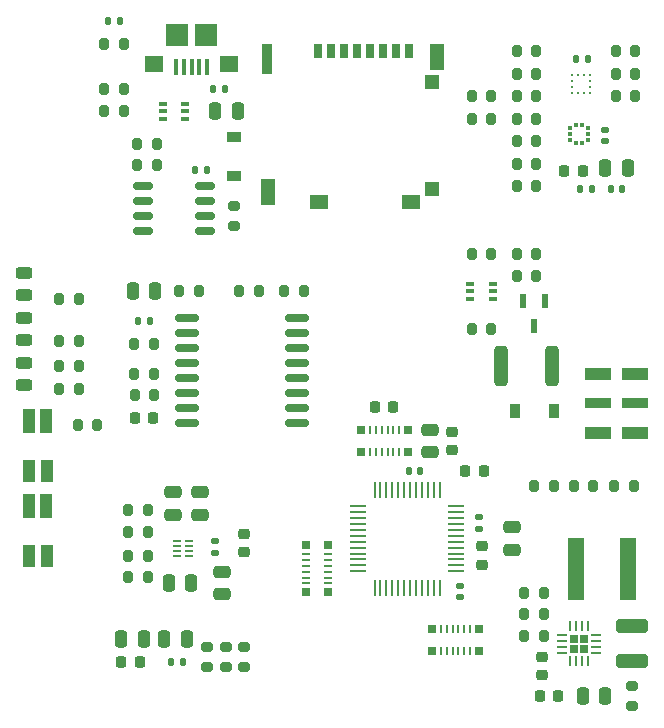
<source format=gbr>
G04 #@! TF.GenerationSoftware,KiCad,Pcbnew,(6.0.7)*
G04 #@! TF.CreationDate,2024-04-29T11:03:26-05:00*
G04 #@! TF.ProjectId,SapphineMinimal,53617070-6869-46e6-954d-696e696d616c,rev?*
G04 #@! TF.SameCoordinates,Original*
G04 #@! TF.FileFunction,Paste,Top*
G04 #@! TF.FilePolarity,Positive*
%FSLAX46Y46*%
G04 Gerber Fmt 4.6, Leading zero omitted, Abs format (unit mm)*
G04 Created by KiCad (PCBNEW (6.0.7)) date 2024-04-29 11:03:26*
%MOMM*%
%LPD*%
G01*
G04 APERTURE LIST*
G04 Aperture macros list*
%AMRoundRect*
0 Rectangle with rounded corners*
0 $1 Rounding radius*
0 $2 $3 $4 $5 $6 $7 $8 $9 X,Y pos of 4 corners*
0 Add a 4 corners polygon primitive as box body*
4,1,4,$2,$3,$4,$5,$6,$7,$8,$9,$2,$3,0*
0 Add four circle primitives for the rounded corners*
1,1,$1+$1,$2,$3*
1,1,$1+$1,$4,$5*
1,1,$1+$1,$6,$7*
1,1,$1+$1,$8,$9*
0 Add four rect primitives between the rounded corners*
20,1,$1+$1,$2,$3,$4,$5,0*
20,1,$1+$1,$4,$5,$6,$7,0*
20,1,$1+$1,$6,$7,$8,$9,0*
20,1,$1+$1,$8,$9,$2,$3,0*%
G04 Aperture macros list end*
%ADD10RoundRect,0.200000X0.200000X0.275000X-0.200000X0.275000X-0.200000X-0.275000X0.200000X-0.275000X0*%
%ADD11RoundRect,0.200000X0.275000X-0.200000X0.275000X0.200000X-0.275000X0.200000X-0.275000X-0.200000X0*%
%ADD12RoundRect,0.200000X-0.200000X-0.275000X0.200000X-0.275000X0.200000X0.275000X-0.200000X0.275000X0*%
%ADD13RoundRect,0.250000X-0.250000X-0.475000X0.250000X-0.475000X0.250000X0.475000X-0.250000X0.475000X0*%
%ADD14RoundRect,0.200000X-0.275000X0.200000X-0.275000X-0.200000X0.275000X-0.200000X0.275000X0.200000X0*%
%ADD15R,1.045700X2.048501*%
%ADD16R,1.041400X2.048501*%
%ADD17R,1.070700X1.923501*%
%ADD18R,1.020700X1.923501*%
%ADD19RoundRect,0.218750X-0.218750X-0.256250X0.218750X-0.256250X0.218750X0.256250X-0.218750X0.256250X0*%
%ADD20RoundRect,0.250000X0.475000X-0.250000X0.475000X0.250000X-0.475000X0.250000X-0.475000X-0.250000X0*%
%ADD21RoundRect,0.140000X0.140000X0.170000X-0.140000X0.170000X-0.140000X-0.170000X0.140000X-0.170000X0*%
%ADD22R,1.397000X5.308600*%
%ADD23RoundRect,0.250000X0.250000X0.475000X-0.250000X0.475000X-0.250000X-0.475000X0.250000X-0.475000X0*%
%ADD24RoundRect,0.140000X0.170000X-0.140000X0.170000X0.140000X-0.170000X0.140000X-0.170000X-0.140000X0*%
%ADD25RoundRect,0.218750X0.218750X0.256250X-0.218750X0.256250X-0.218750X-0.256250X0.218750X-0.256250X0*%
%ADD26RoundRect,0.140000X-0.140000X-0.170000X0.140000X-0.170000X0.140000X0.170000X-0.140000X0.170000X0*%
%ADD27RoundRect,0.218750X0.256250X-0.218750X0.256250X0.218750X-0.256250X0.218750X-0.256250X-0.218750X0*%
%ADD28R,0.400000X1.350000*%
%ADD29R,1.600000X1.400000*%
%ADD30R,1.900000X1.900000*%
%ADD31RoundRect,0.218750X-0.256250X0.218750X-0.256250X-0.218750X0.256250X-0.218750X0.256250X0.218750X0*%
%ADD32RoundRect,0.150000X-0.675000X-0.150000X0.675000X-0.150000X0.675000X0.150000X-0.675000X0.150000X0*%
%ADD33RoundRect,0.225000X-0.250000X0.225000X-0.250000X-0.225000X0.250000X-0.225000X0.250000X0.225000X0*%
%ADD34R,0.711200X0.635000*%
%ADD35R,0.203200X0.635000*%
%ADD36RoundRect,0.140000X-0.170000X0.140000X-0.170000X-0.140000X0.170000X-0.140000X0.170000X0.140000X0*%
%ADD37R,1.200000X0.900000*%
%ADD38RoundRect,0.250000X-0.312500X-1.450000X0.312500X-1.450000X0.312500X1.450000X-0.312500X1.450000X0*%
%ADD39RoundRect,0.250000X-0.475000X0.250000X-0.475000X-0.250000X0.475000X-0.250000X0.475000X0.250000X0*%
%ADD40R,0.650000X0.400000*%
%ADD41RoundRect,0.000000X-0.073800X0.661300X-0.073800X-0.661300X0.073800X-0.661300X0.073800X0.661300X0*%
%ADD42RoundRect,0.000000X-0.661300X0.073800X-0.661300X-0.073800X0.661300X-0.073800X0.661300X0.073800X0*%
%ADD43R,0.635000X0.711200*%
%ADD44R,0.635000X0.203200*%
%ADD45R,0.800000X1.240000*%
%ADD46R,1.160000X1.200000*%
%ADD47R,0.950000X2.500000*%
%ADD48R,1.150000X2.200000*%
%ADD49R,1.500000X1.150000*%
%ADD50R,1.160000X1.250000*%
%ADD51RoundRect,0.243750X0.456250X-0.243750X0.456250X0.243750X-0.456250X0.243750X-0.456250X-0.243750X0*%
%ADD52R,2.325000X0.975000*%
%ADD53R,2.325000X0.925000*%
%ADD54R,2.325000X1.025000*%
%ADD55R,2.300000X1.000000*%
%ADD56R,0.900000X1.200000*%
%ADD57RoundRect,0.243750X-0.456250X0.243750X-0.456250X-0.243750X0.456250X-0.243750X0.456250X0.243750X0*%
%ADD58RoundRect,0.225000X0.250000X-0.225000X0.250000X0.225000X-0.250000X0.225000X-0.250000X-0.225000X0*%
%ADD59RoundRect,0.250000X1.100000X-0.325000X1.100000X0.325000X-1.100000X0.325000X-1.100000X-0.325000X0*%
%ADD60RoundRect,0.150000X-0.875000X-0.150000X0.875000X-0.150000X0.875000X0.150000X-0.875000X0.150000X0*%
%ADD61RoundRect,0.225000X-0.225000X-0.250000X0.225000X-0.250000X0.225000X0.250000X-0.225000X0.250000X0*%
%ADD62RoundRect,0.182500X-0.182500X0.182500X-0.182500X-0.182500X0.182500X-0.182500X0.182500X0.182500X0*%
%ADD63RoundRect,0.062500X-0.062500X0.350000X-0.062500X-0.350000X0.062500X-0.350000X0.062500X0.350000X0*%
%ADD64RoundRect,0.062500X-0.350000X0.062500X-0.350000X-0.062500X0.350000X-0.062500X0.350000X0.062500X0*%
%ADD65R,0.380000X0.350000*%
%ADD66R,0.600000X1.300000*%
%ADD67R,0.800000X0.190000*%
%ADD68R,0.275000X0.250000*%
%ADD69R,0.250000X0.275000*%
%ADD70RoundRect,0.225000X0.225000X0.250000X-0.225000X0.250000X-0.225000X-0.250000X0.225000X-0.250000X0*%
G04 APERTURE END LIST*
D10*
X121596278Y-78097618D03*
X119946278Y-78097618D03*
X84411426Y-102110992D03*
X82761426Y-102110992D03*
D11*
X96869878Y-122585218D03*
X96869878Y-120935218D03*
D10*
X121596278Y-72382618D03*
X119946278Y-72382618D03*
X86671278Y-75557618D03*
X85021278Y-75557618D03*
D12*
X87815278Y-80129618D03*
X89465278Y-80129618D03*
X128328278Y-72382618D03*
X129978278Y-72382618D03*
D13*
X86471078Y-120261618D03*
X88371078Y-120261618D03*
D14*
X95295078Y-120935218D03*
X95295078Y-122585218D03*
D15*
X80121696Y-101812766D03*
D16*
X78673846Y-101812766D03*
D17*
X78659196Y-106001764D03*
D18*
X80134196Y-106001764D03*
D19*
X86430378Y-122166618D03*
X88005378Y-122166618D03*
D10*
X121596278Y-80002618D03*
X119946278Y-80002618D03*
D19*
X121888778Y-125087618D03*
X123463778Y-125087618D03*
D20*
X90807278Y-109727618D03*
X90807278Y-107827618D03*
D21*
X125950278Y-71112618D03*
X124990278Y-71112618D03*
D22*
X124924178Y-114292618D03*
X129318378Y-114292618D03*
D23*
X89336278Y-90797618D03*
X87436278Y-90797618D03*
D24*
X94363278Y-112940618D03*
X94363278Y-111980618D03*
D10*
X129851278Y-107307618D03*
X128201278Y-107307618D03*
D25*
X125547212Y-80637618D03*
X123972212Y-80637618D03*
D21*
X93692278Y-80510618D03*
X92732278Y-80510618D03*
D12*
X116136278Y-76192618D03*
X117786278Y-76192618D03*
D10*
X122231278Y-120007618D03*
X120581278Y-120007618D03*
D26*
X125323603Y-82163914D03*
X126283603Y-82163914D03*
D27*
X96852478Y-112892518D03*
X96852478Y-111317518D03*
D13*
X127441278Y-80370185D03*
X129341278Y-80370185D03*
D28*
X93702000Y-71797500D03*
X93052000Y-71797500D03*
X92402000Y-71797500D03*
X91752000Y-71797500D03*
X91102000Y-71797500D03*
D29*
X95602000Y-71572500D03*
X89202000Y-71572500D03*
D30*
X91202000Y-69122500D03*
X93602000Y-69122500D03*
D10*
X89465278Y-78351618D03*
X87815278Y-78351618D03*
D31*
X114466840Y-102710118D03*
X114466840Y-104285118D03*
D10*
X121596278Y-81907618D03*
X119946278Y-81907618D03*
D12*
X120581278Y-116324618D03*
X122231278Y-116324618D03*
D20*
X93093278Y-109727618D03*
X93093278Y-107827618D03*
D32*
X88301278Y-81907618D03*
X88301278Y-83177618D03*
X88301278Y-84447618D03*
X88301278Y-85717618D03*
X93551278Y-85717618D03*
X93551278Y-84447618D03*
X93551278Y-83177618D03*
X93551278Y-81907618D03*
D33*
X117006840Y-112410170D03*
X117006840Y-113960170D03*
D12*
X87587722Y-99612068D03*
X89237722Y-99612068D03*
X100261278Y-90797618D03*
X101911278Y-90797618D03*
X119946278Y-70477618D03*
X121596278Y-70477618D03*
D10*
X126407801Y-107287356D03*
X124757801Y-107287356D03*
D13*
X94421278Y-75557618D03*
X96321278Y-75557618D03*
D12*
X81211278Y-99052618D03*
X82861278Y-99052618D03*
D34*
X112765040Y-121252218D03*
D35*
X113512562Y-121252218D03*
X114006084Y-121252218D03*
X114499606Y-121252218D03*
X114993128Y-121252218D03*
X115486650Y-121252218D03*
X115980172Y-121252218D03*
D34*
X116727440Y-121252218D03*
X116727440Y-119423418D03*
D35*
X115980172Y-119423418D03*
X115486650Y-119423418D03*
X114993128Y-119423418D03*
X114499606Y-119423418D03*
X114006084Y-119423418D03*
X113512562Y-119423418D03*
D34*
X112765040Y-119423418D03*
D12*
X81211278Y-97147618D03*
X82861278Y-97147618D03*
D36*
X115101840Y-115717618D03*
X115101840Y-116677618D03*
D13*
X125536278Y-125087618D03*
X127436278Y-125087618D03*
D37*
X96006278Y-81017618D03*
X96006278Y-77717618D03*
D12*
X85021278Y-73652618D03*
X86671278Y-73652618D03*
D36*
X127375278Y-77109618D03*
X127375278Y-78069618D03*
D38*
X118626346Y-97147618D03*
X122901346Y-97147618D03*
D10*
X117786278Y-93972618D03*
X116136278Y-93972618D03*
D12*
X81211278Y-91432618D03*
X82861278Y-91432618D03*
X116136278Y-87622618D03*
X117786278Y-87622618D03*
D39*
X94998278Y-114558618D03*
X94998278Y-116458618D03*
D13*
X90492278Y-115508618D03*
X92392278Y-115508618D03*
D26*
X94256278Y-73652618D03*
X95216278Y-73652618D03*
D10*
X88711278Y-115000618D03*
X87061278Y-115000618D03*
D39*
X112561840Y-102547618D03*
X112561840Y-104447618D03*
D40*
X91876278Y-76207618D03*
X91876278Y-75557618D03*
X91876278Y-74907618D03*
X89976278Y-74907618D03*
X89976278Y-75557618D03*
X89976278Y-76207618D03*
D41*
X113399408Y-107597500D03*
X112899408Y-107597500D03*
X112399408Y-107597500D03*
X111899408Y-107597500D03*
X111399408Y-107597500D03*
X110899408Y-107597500D03*
X110399408Y-107597500D03*
X109899408Y-107597500D03*
X109399408Y-107597500D03*
X108899408Y-107597500D03*
X108399408Y-107597500D03*
X107899408Y-107597500D03*
D42*
X106486908Y-109010000D03*
X106486908Y-109510000D03*
X106486908Y-110010000D03*
X106486908Y-110510000D03*
X106486908Y-111010000D03*
X106486908Y-111510000D03*
X106486908Y-112010000D03*
X106486908Y-112510000D03*
X106486908Y-113010000D03*
X106486908Y-113510000D03*
X106486908Y-114010000D03*
X106486908Y-114510000D03*
D41*
X107899408Y-115922500D03*
X108399408Y-115922500D03*
X108899408Y-115922500D03*
X109399408Y-115922500D03*
X109899408Y-115922500D03*
X110399408Y-115922500D03*
X110899408Y-115922500D03*
X111399408Y-115922500D03*
X111899408Y-115922500D03*
X112399408Y-115922500D03*
X112899408Y-115922500D03*
X113399408Y-115922500D03*
D42*
X114811908Y-114510000D03*
X114811908Y-114010000D03*
X114811908Y-113510000D03*
X114811908Y-113010000D03*
X114811908Y-112510000D03*
X114811908Y-112010000D03*
X114811908Y-111510000D03*
X114811908Y-111010000D03*
X114811908Y-110510000D03*
X114811908Y-110010000D03*
X114811908Y-109510000D03*
X114811908Y-109010000D03*
D12*
X128328278Y-74287618D03*
X129978278Y-74287618D03*
D43*
X102115008Y-112318800D03*
D44*
X102115008Y-113066322D03*
X102115008Y-113559844D03*
X102115008Y-114053366D03*
X102115008Y-114546888D03*
X102115008Y-115040410D03*
X102115008Y-115533932D03*
D43*
X102115008Y-116281200D03*
X103943808Y-116281200D03*
D44*
X103943808Y-115533932D03*
X103943808Y-115040410D03*
X103943808Y-114546888D03*
X103943808Y-114053366D03*
X103943808Y-113559844D03*
X103943808Y-113066322D03*
D43*
X103943808Y-112318800D03*
D21*
X86326278Y-67937618D03*
X85366278Y-67937618D03*
D45*
X103145000Y-70480000D03*
X104245000Y-70480000D03*
X105345000Y-70480000D03*
X106445000Y-70480000D03*
X107545000Y-70480000D03*
X108645000Y-70480000D03*
X109745000Y-70480000D03*
X110845000Y-70480000D03*
D46*
X112785000Y-82110000D03*
D47*
X98800000Y-71110000D03*
D48*
X113190000Y-70960000D03*
X98900000Y-82440000D03*
D49*
X103205000Y-83235000D03*
X110985000Y-83235000D03*
D50*
X112785000Y-73110000D03*
D51*
X78226278Y-91100118D03*
X78226278Y-89225118D03*
D52*
X126821346Y-97810118D03*
D53*
X126821346Y-100285118D03*
D54*
X126821346Y-102835118D03*
D52*
X129946346Y-97810118D03*
D53*
X129946346Y-100285118D03*
D55*
X129933846Y-102822618D03*
D14*
X96006278Y-83622618D03*
X96006278Y-85272618D03*
D12*
X87061278Y-113222618D03*
X88711278Y-113222618D03*
D13*
X90077878Y-120261618D03*
X91977878Y-120261618D03*
D12*
X91371278Y-90797618D03*
X93021278Y-90797618D03*
D21*
X111771840Y-106037618D03*
X110811840Y-106037618D03*
D26*
X127911278Y-82163914D03*
X128871278Y-82163914D03*
D11*
X129661278Y-125912618D03*
X129661278Y-124262618D03*
D12*
X119946278Y-87622618D03*
X121596278Y-87622618D03*
D10*
X121596278Y-74287618D03*
X119946278Y-74287618D03*
D56*
X123056278Y-100957618D03*
X119756278Y-100957618D03*
D10*
X121596278Y-89527618D03*
X119946278Y-89527618D03*
D39*
X119546840Y-110802618D03*
X119546840Y-112702618D03*
D19*
X107918778Y-100631561D03*
X109493778Y-100631561D03*
D57*
X78226278Y-96845118D03*
X78226278Y-98720118D03*
D40*
X116011278Y-90147618D03*
X116011278Y-90797618D03*
X116011278Y-91447618D03*
X117911278Y-91447618D03*
X117911278Y-90797618D03*
X117911278Y-90147618D03*
D12*
X96451278Y-90797618D03*
X98101278Y-90797618D03*
D10*
X121596278Y-76192618D03*
X119946278Y-76192618D03*
D12*
X87561278Y-95242618D03*
X89211278Y-95242618D03*
D51*
X78226278Y-94910118D03*
X78226278Y-93035118D03*
D12*
X85021278Y-69842618D03*
X86671278Y-69842618D03*
D58*
X122041278Y-123322618D03*
X122041278Y-121772618D03*
D59*
X129661278Y-122117618D03*
X129661278Y-119167618D03*
D11*
X93720278Y-122585218D03*
X93720278Y-120935218D03*
D12*
X128328278Y-70477618D03*
X129978278Y-70477618D03*
D60*
X91991278Y-93083618D03*
X91991278Y-94353618D03*
X91991278Y-95623618D03*
X91991278Y-96893618D03*
X91991278Y-98163618D03*
X91991278Y-99433618D03*
X91991278Y-100703618D03*
X91991278Y-101973618D03*
X101291278Y-101973618D03*
X101291278Y-100703618D03*
X101291278Y-99433618D03*
X101291278Y-98163618D03*
X101291278Y-96893618D03*
X101291278Y-95623618D03*
X101291278Y-94353618D03*
X101291278Y-93083618D03*
D12*
X116136278Y-74287618D03*
X117786278Y-74287618D03*
X87061278Y-111190618D03*
X88711278Y-111190618D03*
D26*
X90700278Y-122166618D03*
X91660278Y-122166618D03*
D61*
X115596840Y-106037618D03*
X117146840Y-106037618D03*
D10*
X123057739Y-107287356D03*
X121407739Y-107287356D03*
D62*
X124796278Y-121062618D03*
X125636278Y-120222618D03*
X125636278Y-121062618D03*
X124796278Y-120222618D03*
D63*
X125966278Y-119180118D03*
X125466278Y-119180118D03*
X124966278Y-119180118D03*
X124466278Y-119180118D03*
D64*
X123753778Y-119892618D03*
X123753778Y-120392618D03*
X123753778Y-120892618D03*
X123753778Y-121392618D03*
D63*
X124466278Y-122105118D03*
X124966278Y-122105118D03*
X125466278Y-122105118D03*
X125966278Y-122105118D03*
D64*
X126678778Y-121392618D03*
X126678778Y-120892618D03*
X126678778Y-120392618D03*
X126678778Y-119892618D03*
D12*
X81211278Y-94992058D03*
X82861278Y-94992058D03*
D65*
X125466278Y-76697618D03*
X124966278Y-76697618D03*
X124451278Y-76962618D03*
X124451278Y-77462618D03*
X124451278Y-77962618D03*
X124966278Y-78227618D03*
X125466278Y-78227618D03*
X125981278Y-77962618D03*
X125981278Y-77462618D03*
X125981278Y-76962618D03*
D66*
X122356278Y-91652618D03*
X120456278Y-91652618D03*
X121406278Y-93752618D03*
D67*
X91196278Y-111987618D03*
X91196278Y-112387618D03*
X91196278Y-112787618D03*
X91196278Y-113187618D03*
X92196278Y-113187618D03*
X92196278Y-112787618D03*
X92196278Y-112387618D03*
X92196278Y-111987618D03*
D36*
X116778240Y-109951818D03*
X116778240Y-110911818D03*
D68*
X124580778Y-72521617D03*
X124580778Y-73021618D03*
X124580778Y-73521618D03*
X124580778Y-74021619D03*
D69*
X125093278Y-74034118D03*
X125593278Y-74034118D03*
D68*
X126105778Y-74021619D03*
X126105778Y-73521618D03*
X126105778Y-73021618D03*
X126105778Y-72521617D03*
D69*
X125593278Y-72509118D03*
X125093278Y-72509118D03*
D12*
X87561278Y-97782618D03*
X89211278Y-97782618D03*
D15*
X80121696Y-108991869D03*
D16*
X78673846Y-108991869D03*
D17*
X78659196Y-113180867D03*
D18*
X80134196Y-113180867D03*
D21*
X88866278Y-93337618D03*
X87906278Y-93337618D03*
D70*
X89178241Y-101547019D03*
X87628241Y-101547019D03*
D10*
X88711278Y-109285618D03*
X87061278Y-109285618D03*
D34*
X110733040Y-102583218D03*
D35*
X109985518Y-102583218D03*
X109491996Y-102583218D03*
X108998474Y-102583218D03*
X108504952Y-102583218D03*
X108011430Y-102583218D03*
X107517908Y-102583218D03*
D34*
X106770640Y-102583218D03*
X106770640Y-104412018D03*
D35*
X107517908Y-104412018D03*
X108011430Y-104412018D03*
X108504952Y-104412018D03*
X108998474Y-104412018D03*
X109491996Y-104412018D03*
X109985518Y-104412018D03*
D34*
X110733040Y-104412018D03*
D12*
X120581278Y-118102618D03*
X122231278Y-118102618D03*
M02*

</source>
